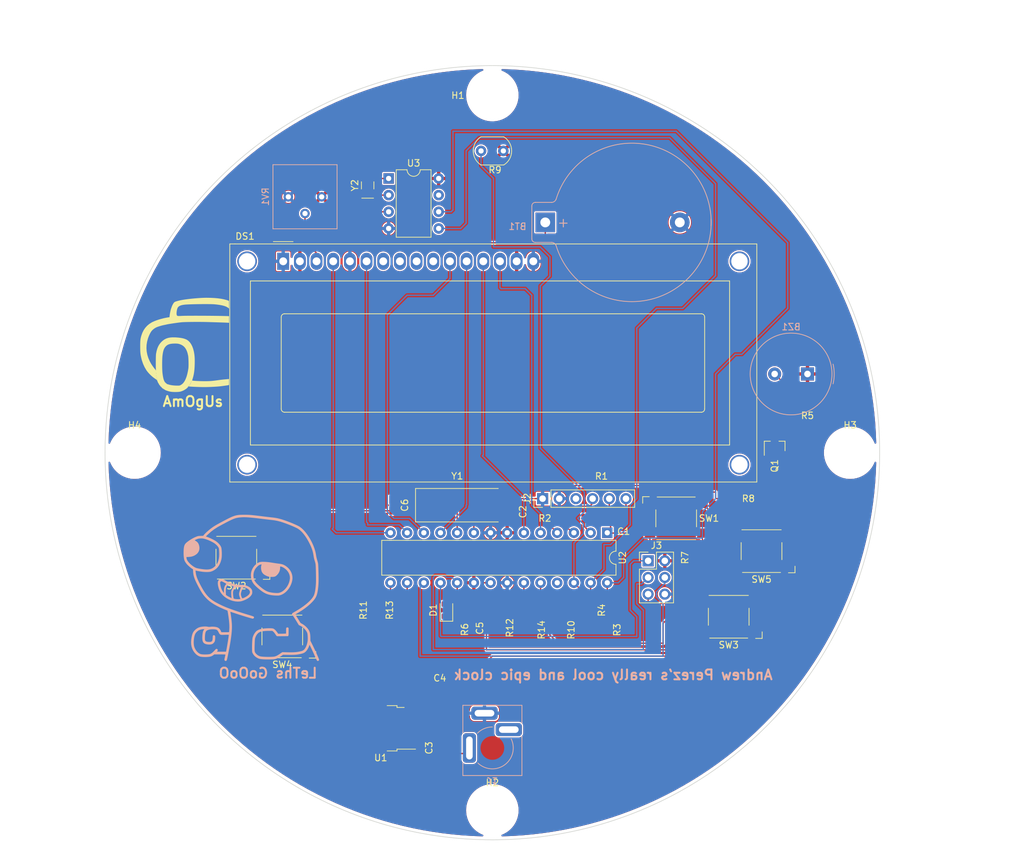
<source format=kicad_pcb>
(kicad_pcb (version 20211014) (generator pcbnew)
  (layers (0 "F.Cu" signal) (31 "B.Cu" signal) (34 "B.Paste" user) (35 "F.Paste" user) (36 "B.SilkS" user "B.Silkscreen") (37 "F.SilkS" user "F.Silkscreen") (38 "B.Mask" user) (39 "F.Mask" user) (44 "Edge.Cuts" user))
  (net 0 "")
  (net 1 "GND")
  (net 2 "Net-(BT1-Pad1)")
  (net 3 "RESET")
  (net 4 "Net-(C1-Pad2)")
  (net 5 "Net-(C2-Pad2)")
  (net 6 "Net-(C3-Pad1)")
  (net 7 "VCC")
  (net 8 "Net-(C5-Pad1)")
  (net 9 "Net-(C6-Pad1)")
  (net 10 "Net-(D1-Pad1)")
  (net 11 "LED_SCK")
  (net 12 "LCD_14")
  (net 13 "LCD_13")
  (net 14 "LCD_12")
  (net 15 "LCD_11")
  (net 20 "LCD_6")
  (net 21 "LCD_4")
  (net 22 "Net-(DS1-Pad3)")
  (net 24 "Net-(J2-Pad5)")
  (net 25 "Net-(J2-Pad4)")
  (net 27 "RXD")
  (net 28 "TXD")
  (net 29 "SCL")
  (net 30 "SDA")
  (net 31 "LIGHT_SENSOR")
  (net 32 "BTN_MODE")
  (net 33 "BTN_SELECT")
  (net 34 "BTN_UP")
  (net 35 "MISO")
  (net 37 "MOSI")
  (net 38 "Net-(U3-Pad1)")
  (net 39 "Net-(U3-Pad2)")
  (net 41 "Net-(BZ1-Pad2)")
  (net 42 "Net-(Q1-Pad1)")
  (net 43 "Buzz")
  (net 44 "BTN_DWN")
  (footprint "footprints:MountingHole_3.2mm_M3" (layer "F.Cu") (at 95.5 100)
    (fp_text reference "H4")
    (fp_text value "MountingHole")
  )
  (footprint "footprints:R_0805_2012Metric" (layer "F.Cu") (at 157.48 124 90)
    (fp_text reference "R14")
    (fp_text value "R_0805_10K")
  )
  (footprint "footprints:SW_SPST_Omron_B3FS-100xP" (layer "F.Cu") (at 118 128 180)
    (fp_text reference "SW4")
    (fp_text value "Omron_B3F_SPST")
  )
  (footprint "footprints:Crystal_SMD_HC49-SD" (layer "F.Cu") (at 145 108)
    (fp_text reference "Y1")
    (fp_text value "Crystal_16MHz")
  )
  (footprint "footprints:Crystal_SMD_2Pin_3.2x1.5mm" (layer "F.Cu") (at 131 59.25 90)
    (fp_text reference "Y2")
    (fp_text value "Crystal_32768Hz")
  )
  (footprint "footprints:TO-252-2" (layer "F.Cu") (at 133 142 180)
    (fp_text reference "U1")
    (fp_text value "L7805")
  )
  (footprint "footprints:R_0805_2012Metric" (layer "F.Cu") (at 136 124 90)
    (fp_text reference "R13")
    (fp_text value "R_0805_10K")
  )
  (footprint "footprints:R_0805_2012Metric" (layer "F.Cu") (at 165 110)
    (fp_text reference "R1")
    (fp_text value "R_0805_47")
  )
  (footprint "footprints:C_0805_2012Metric" (layer "F.Cu") (at 169 110)
    (fp_text reference "C1")
    (fp_text value "C_0805_0.1uf")
  )
  (footprint "footprints:C_0805_2012Metric" (layer "F.Cu") (at 135 108 -90)
    (fp_text reference "C6")
    (fp_text value "C_0805_22pf")
  )
  (footprint "footprints:R_0805_2012Metric" (layer "F.Cu") (at 181 116 90)
    (fp_text reference "R7")
    (fp_text value "R_0805_10K")
  )
  (footprint "footprints:SOT-23" (layer "F.Cu") (at 193 99 90)
    (fp_text reference "Q1")
    (fp_text value "NPN_2N3904_SOT23")
  )
  (footprint "footprints:C_0805_2012Metric" (layer "F.Cu") (at 148.59 123.952 -90)
    (fp_text reference "C5")
    (fp_text value "C_0805_0.1uf")
  )
  (footprint "footprints:SW_SPST_Omron_B3FS-100xP" (layer "F.Cu") (at 178 110)
    (fp_text reference "SW1")
    (fp_text value "Omron_B3F_SPST")
  )
  (footprint "footprints:R_0805_2012Metric" (layer "F.Cu") (at 169 124 90)
    (fp_text reference "R3")
    (fp_text value "R_0805_4.7K")
  )
  (footprint "footprints:R_LDR_4.9x4.2mm_P2.54mm_Vertical" (layer "F.Cu") (at 151.675 54 180)
    (fp_text reference "R9")
    (fp_text value "PhotoconductivePhotocell")
  )
  (footprint "footprints:LED_0805_2012Metric" (layer "F.Cu") (at 143.002 124 90)
    (fp_text reference "D1")
    (fp_text value "LED_0805")
  )
  (footprint "footprints:R_0805_2012Metric" (layer "F.Cu") (at 198 96)
    (fp_text reference "R5")
    (fp_text value "R_0805_1K")
  )
  (footprint "footprints:R_0805_2012Metric" (layer "F.Cu") (at 145.796 123.952 90)
    (fp_text reference "R6")
    (fp_text value "R_0805_2.2K")
  )
  (footprint "footprints:R_0805_2012Metric" (layer "F.Cu") (at 165 124 -90)
    (fp_text reference "R4")
    (fp_text value "R_0805_4.7K")
  )
  (footprint "footprints:MountingHole_3.2mm_M3" (layer "F.Cu") (at 204.5 100)
    (fp_text reference "H3")
    (fp_text value "MountingHole")
  )
  (footprint "footprints:C_0805_2012Metric" (layer "F.Cu") (at 142 145 90)
    (fp_text reference "C3")
    (fp_text value "C_0805_0.1uf")
  )
  (footprint "footprints:PinHeader_1x06_P2.54mm_Vertical" (layer "F.Cu") (at 157.65 107 90)
    (fp_text reference "J2")
    (fp_text value "Conn_01x06")
  )
  (footprint "footprints:MountingHole_3.2mm_M3" (layer "F.Cu") (at 150 154.5)
    (fp_text reference "H2")
    (fp_text value "MountingHole")
  )
  (footprint "footprints:C_0805_2012Metric" (layer "F.Cu") (at 153 109 -90)
    (fp_text reference "C2")
    (fp_text value "C_0805_22pf")
  )
  (footprint "footprints:DIP-8_W7.62mm" (layer "F.Cu") (at 134.2 58.2)
    (fp_text reference "U3")
    (fp_text value "DS1307_DIP-8")
  )
  (footprint "footprints:MountingHole_3.2mm_M3" (layer "F.Cu") (at 150 45.5)
    (fp_text reference "H1")
    (fp_text value "MountingHole")
  )
  (footprint "footprints:SW_SPST_Omron_B3FS-100xP" (layer "F.Cu") (at 186 125 180)
    (fp_text reference "SW3")
    (fp_text value "Omron_B3F_SPST")
  )
  (footprint "footprints:R_0805_2012Metric" (layer "F.Cu") (at 162 124 -90)
    (fp_text reference "R10")
    (fp_text value "R_0805_100K")
  )
  (footprint "footprints:R_0805_2012Metric" (layer "F.Cu") (at 161 110)
    (fp_text reference "R2")
    (fp_text value "R_0805_47")
  )
  (footprint "footprints:PinHeader_2x03_P2.54mm_Vertical" (layer "F.Cu") (at 173.725 116.475)
    (fp_text reference "J3")
    (fp_text value "Conn_02x03_Odd_Even")
  )
  (footprint "footprints:R_0805_2012Metric" (layer "F.Cu") (at 132 124 90)
    (fp_text reference "R11")
    (fp_text value "R_0805_10K")
  )
  (footprint "footprints:C_0805_2012Metric" (layer "F.Cu") (at 142 136)
    (fp_text reference "C4")
    (fp_text value "C_0805_0.1uf")
  )
  (footprint "footprints:SW_SPST_Omron_B3FS-100xP" (layer "F.Cu") (at 111 116 180)
    (fp_text reference "SW2")
    (fp_text value "Omron_B3F_SPST")
  )
  (footprint "footprints:HPS_logo" (layer "F.Cu") (at 174.000008 139.999999)
    (fp_text reference "G***" hide)
    (fp_text value "LOGO" hide)
  )
  (footprint "footprints:SW_SPST_Omron_B3FS-100xP" (layer "F.Cu") (at 191 115 180)
    (fp_text reference "SW5")
    (fp_text value "Omron_B3F_SPST")
  )
  (footprint "footprints:TC1602A-01T" (layer "F.Cu") (at 118.1394 70.8247)
    (fp_text reference "DS1")
    (fp_text value "TC1602A-01T")
  )
  (footprint "footprints:DIP-28_W7.62mm" (layer "F.Cu") (at 167.5 112.2 -90)
    (fp_text reference "U2")
    (fp_text value "ATmega328-PU")
  )
  (footprint "LOGO" (layer "F.Cu") (at 102.382462 83.603248 90)
    (fp_text reference "AmOgUs")
    (fp_text value "LOGO" hide)
  )
  (footprint "footprints:R_0805_2012Metric" (layer "F.Cu") (at 186 107)
    (fp_text reference "R8")
    (fp_text value "R_0805_1K")
  )
  (footprint "footprints:R_0805_2012Metric" (layer "F.Cu") (at 152.654 123.698 90)
    (fp_text reference "R12")
    (fp_text value "R_0805_10K")
  )
  (footprint "LOGO" (layer "B.Cu") (at 113.284 120.904 180)
    (fp_text reference "LeThs GoOoO")
    (fp_text value "LOGO" hide)
  )
  (footprint "footprints:Wurth-694106402002" (layer "B.Cu") (at 150 145)
    (fp_text reference "J1")
    (fp_text value "Power_inlet_vertical" hide)
  )
  (footprint "footprints:Buzzer_TDK_PS1240P02BT_D12.2mm_H6.5mm" (layer "B.Cu") (at 198 88 180)
    (fp_text reference "BZ1")
    (fp_text value "Buzzer")
  )
  (footprint "footprints:BatteryHolder_Keystone_106_1x20mm" (layer "B.Cu") (at 158.058314 64.897)
    (fp_text reference "BT1")
    (fp_text value "Battery_Cell")
  )
  (footprint "footprints:Potentiometer_Bourns_3386P_Vertical" (layer "B.Cu") (at 124 61 -90)
    (fp_text reference "RV1")
    (fp_text value "R_POT_10K")
  )
  (gr_circle locked (center 150 100) (end 209 100) (layer "Edge.Cuts") (width 0.1) (fill none))
  (gr_text "Andrew Perez's really cool and epic clock" (at 168.402 133.858) (layer "B.SilkS") (effects (font (size 1.5 1.5) (thickness 0.3)) (justify mirror)))
  (segment (start 107 118.25) (end 115 118.25) (width 0.2032) (layer "F.Cu") (net 1))
  (segment (start 195 117.25) (end 195 116) (width 0.2032) (layer "F.Cu") (net 1))
  (segment (start 146.812 124.714) (end 146.9 124.802) (width 0.2032) (layer "F.Cu") (net 1))
  (segment (start 159 121) (end 160 121) (width 0.2032) (layer "F.Cu") (net 1))
  (segment (start 148.8 136.8) (end 148 136) (width 0.2032) (layer "F.Cu") (net 1))
  (segment (start 135 108.85) (end 106.15 108.85) (width 0.2032) (layer "F.Cu") (net 1))
  (segment (start 182 127.25) (end 178.25 131) (width 0.2032) (layer "F.Cu") (net 1))
  (segment (start 150.876 121.666) (end 151.638 120.904) (width 0.2032) (layer "F.Cu") (net 1))
  (segment (start 148.715 124.802) (end 148.59 124.802) (width 0.2032) (layer "F.Cu") (net 1))
  (segment (start 190 125) (end 190 127.25) (width 0.2032) (layer "F.Cu") (net 1))
  (segment (start 161.845689 124.85) (end 160.995689 124) (width 0.2032) (layer "F.Cu") (net 1))
  (segment (start 190 127.25) (end 182 127.25) (width 0.2032) (layer "F.Cu") (net 1))
  (segment (start 146.47 123.102) (end 146.812 123.444) (width 0.2032) (layer "F.Cu") (net 1))
  (segment (start 122 139) (end 125 142) (width 0.2032) (layer "F.Cu") (net 1))
  (segment (start 122 130.25) (end 122 139) (width 0.2032) (layer "F.Cu") (net 1))
  (segment (start 195 121) (end 191 125) (width 0.2032) (layer "F.Cu") (net 1))
  (segment (start 187 117.25) (end 195 117.25) (width 0.2032) (layer "F.Cu") (net 1))
  (segment (start 191 125) (end 190 125) (width 0.2032) (layer "F.Cu") (net 1))
  (segment (start 145.796 123.102) (end 146.47 123.102) (width 0.2032) (layer "F.Cu") (net 1))
  (segment (start 193.95 100) (end 193.95 108.95) (width 0.2032) (layer "F.Cu") (net 1))
  (segment (start 197 111) (end 195 109) (width 0.2032) (layer "F.Cu") (net 1))
  (segment (start 152.52 118) (end 158 118) (width 0.2032) (layer "F.Cu") (net 1))
  (segment (start 148 136) (end 142.85 136) (width 0.2032) (layer "F.Cu") (net 1))
  (segment (start 153 108.15) (end 153 107) (width 0.2032) (layer "F.Cu") (net 1))
  (segment (start 193.95 108.95) (end 194 109) (width 0.2032) (layer "F.Cu") (net 1))
  (segment (start 152.146 120.904) (end 152.26 120.79) (width 0.2032) (layer "F.Cu") (net 1))
  (segment (start 148.8 139.7) (end 148.8 136.8) (width 0.2032) (layer "F.Cu") (net 1))
  (segment (start 142 140) (end 142.3 139.7) (width 0.2032) (layer "F.Cu") (net 1))
  (segment (start 146.812 123.444) (end 146.812 124.714) (width 0.2032) (layer "F.Cu") (net 1))
  (segment (start 197 114) (end 197 111) (width 0.2032) (layer "F.Cu") (net 1))
  (segment (start 195 117.25) (end 195 121) (width 0.2032) (layer "F.Cu") (net 1))
  (segment (start 106.15 108.85) (end 104 111) (width 0.2032) (layer "F.Cu") (net 1))
  (segment (start 142 144.15) (end 142 142) (width 0.2032) (layer "F.Cu") (net 1))
  (segment (start 149.606 121.666) (end 150.876 121.666) (width 0.2032) (layer "F.Cu") (net 1))
  (segment (start 149.606 123.911) (end 148.715 124.802) (width 0.2032) (layer "F.Cu") (net 1))
  (segment (start 148 133) (end 148 136) (width 0.2032) (layer "F.Cu") (net 1))
  (segment (start 152.26 120.79) (end 152.26 119.82) (width 0.2032) (layer "F.Cu") (net 1))
  (segment (start 152.26 119.82) (end 152.26 118.26) (width 0.2032) (layer "F.Cu") (net 1))
  (segment (start 182 107.75) (end 183.25 109) (width 0.2032) (layer "F.Cu") (net 1))
  (segment (start 158.775689 118.775689) (end 158.775689 120.775689) (width 0.2032) (layer "F.Cu") (net 1))
  (segment (start 158 118) (end 158.775689 118.775689) (width 0.2032) (layer "F.Cu") (net 1))
  (segment (start 158.775689 120.775689) (end 159 121) (width 0.2032) (layer "F.Cu") (net 1))
  (segment (start 122 130.25) (end 114 130.25) (width 0.2032) (layer "F.Cu") (net 1))
  (segment (start 104 111) (end 104 117) (width 0.2032) (layer "F.Cu") (net 1))
  (segment (start 153 107) (end 157.65 107) (width 0.2032) (layer "F.Cu") (net 1))
  (segment (start 152.26 118.26) (end 152.52 118) (width 0.2032) (layer "F.Cu") (net 1))
  (segment (start 178.25 131) (end 150 131) (width 0.2032) (layer "F.Cu") (net 1))
  (segment (start 125 142) (end 130.9 142) (width 0.2032) (layer "F.Cu") (net 1))
  (segment (start 107 123.25) (end 114 130.25) (width 0.2032) (layer "F.Cu") (net 1))
  (segment (start 195 116) (end 197 114) (width 0.2032) (layer "F.Cu") (net 1))
  (segment (start 130.9 142) (end 142 142) (width 0.2032) (layer "F.Cu") (net 1))
  (segment (start 146.9 124.802) (end 148.59 124.802) (width 0.2032) (layer "F.Cu") (net 1))
  (segment (start 149.606 121.666) (end 149.606 123.911) (width 0.2032) (layer "F.Cu") (net 1))
  (segment (start 195 109) (end 183.25 109) (width 0.2032) (layer "F.Cu") (net 1))
  (segment (start 105.25 118.25) (end 107 118.25) (width 0.2032) (layer "F.Cu") (net 1))
  (segment (start 150 131) (end 148 133) (width 0.2032) (layer "F.Cu") (net 1))
  (segment (start 162 124.85) (end 161.845689 124.85) (width 0.2032) (layer "F.Cu") (net 1))
  (segment (start 107 118.25) (end 107 123.25) (width 0.2032) (layer "F.Cu") (net 1))
  (segment (start 142.3 139.7) (end 148.8 139.7) (width 0.2032) (layer "F.Cu") (net 1))
  (segment (start 104 117) (end 105.25 118.25) (width 0.2032) (layer "F.Cu") (net 1))
  (segment (start 160 121) (end 160.995689 121.995689) (width 0.2032) (layer "F.Cu") (net 1))
  (segment (start 182 107.75) (end 174 107.75) (width 0.2032) (layer "F.Cu") (net 1))
  (segment (start 151.638 120.904) (end 152.146 120.904) (width 0.2032) (layer "F.Cu") (net 1))
  (segment (start 142 142) (end 142 140) (width 0.2032) (layer "F.Cu") (net 1))
  (segment (start 160.995689 121.995689) (end 160.995689 124) (width 0.2032) (layer "F.Cu") (net 1))
  (segment (start 133 68) (end 157 68) (width 0.2032) (layer "F.Cu") (net 2))
  (segment (start 158.058314 64.897) (end 158.058314 66.941686) (width 0.2032) (layer "F.Cu") (net 2))
  (segment (start 132 67) (end 133 68) (width 0.2032) (layer "F.Cu") (net 2))
  (segment (start 132 64) (end 132 67) (width 0.2032) (layer "F.Cu") (net 2))
  (segment (start 158.058314 66.941686) (end 157 68) (width 0.2032) (layer "F.Cu") (net 2))
  (segment (start 132.72 63.28) (end 132 64) (width 0.2032) (layer "F.Cu") (net 2))
  (segment (start 134.2 63.28) (end 132.72 63.28) (width 0.2032) (layer "F.Cu") (net 2))
  (segment (start 174 123) (end 173.725 122.725) (width 0.2032) (layer "F.Cu") (net 3))
  (segment (start 179 114) (end 174 114) (width 0.2032) (layer "F.Cu") (net 3))
  (segment (start 167.5 112.2) (end 168 111.7) (width 0.2032) (layer "F.Cu") (net 3))
  (segment (start 179.15 115.15) (end 181 115.15) (width 0.2032) (layer "F.Cu") (net 3))
  (segment (start 179.15 115.15) (end 179 115) (width 0.2032) (layer "F.Cu") (net 3))
  (segment (start 177 123) (end 174 123) (width 0.2032) (layer "F.Cu") (net 3))
  (segment (start 179.15 115.15) (end 179 115.3) (width 0.2032) (layer "F.Cu") (net 3))
  (segment (start 168 111.7) (end 168 110.15) (width 0.2032) (layer "F.Cu") (net 3))
  (segment (start 181 114) (end 181 115.15) (width 0.2032) (layer "F.Cu") (net 3))
  (segment (start 182 114) (end 181 114) (width 0.2032) (layer "F.Cu") (net 3))
  (segment (start 174 114) (end 174 112.25) (width 0.2032) (layer "F.Cu") (net 3))
  (segment (start 182 112.25) (end 182 114) (width 0.2032) (layer "F.Cu") (net 3))
  (segment (start 167.55 112.25) (end 167.5 112.2) (width 0.2032) (layer "F.Cu") (net 3))
  (segment (start 173.725 122.725) (end 173.725 121.555) (width 0.2032) (layer "F.Cu") (net 3))
  (segment (start 174 112.25) (end 167.55 112.25) (width 0.2032) (layer "F.Cu") (net 3))
  (segment (start 168 110.15) (end 168.15 110) (width 0.2032) (layer "F.Cu") (net 3))
  (segment (start 179 115) (end 179 114) (width 0.2032) (layer "F.Cu") (net 3))
  (segment (start 179 121) (end 177 123) (width 0.2032) (layer "F.Cu") (net 3))
  (segment (start 179 115.3) (end 179 121) (width 0.2032) (layer "F.Cu") (net 3))
  (segment (start 170.35 107) (end 170.35 109.5) (width 0.2032) (layer "F.Cu") (net 4))
  (segment (start 170.35 109.5) (end 169.85 110) (width 0.2032) (layer "F.Cu") (net 4))
  (segment (start 147.18 110.82) (end 149.25 108.75) (width 0.2032) (layer "F.Cu") (net 5))
  (segment (start 153 109.85) (end 151.1 109.85) (width 0.2032) (layer "F.Cu") (net 5))
  (segment (start 147.18 112.2) (end 147.18 110.82) (width 0.2032) (layer "F.Cu") (net 5))
  (segment (start 149.25 108.75) (end 149.25 108) (width 0.2032) (layer "F.Cu") (net 5))
  (segment (start 151.1 109.85) (end 149.25 108) (width 0.2032) (layer "F.Cu") (net 5))
  (segment (start 145.65 145.85) (end 146.5 145) (width 0.2032) (layer "F.Cu") (net 6))
  (segment (start 142 145.85) (end 138.77 145.85) (width 0.2032) (layer "F.Cu") (net 6))
  (segment (start 142 145.85) (end 145.65 145.85) (width 0.2032) (layer "F.Cu") (net 6))
  (segment (start 138.77 145.85) (end 137.2 144.28) (width 0.2032) (layer "F.Cu") (net 6))
  (segment (start 157.48 126.492) (end 157.48 124.85) (width 0.2032) (layer "F.Cu") (net 7))
  (segment (start 152.654 124.548) (end 152.654 126.746) (width 0.2032) (layer "F.Cu") (net 7))
  (segment (start 152.654 126.746) (end 157.226 126.746) (width 0.2032) (layer "F.Cu") (net 7))
  (segment (start 157.226 126.746) (end 157.48 126.492) (width 0.2032) (layer "F.Cu") (net 7))
  (segment (start 148.336 119.888) (end 148.336 120.396) (width 0.2032) (layer "F.Cu") (net 8))
  (segment (start 147.574 121.158) (end 147.574 122.682) (width 0.2032) (layer "F.Cu") (net 8))
  (segment (start 148.404 119.82) (end 148.336 119.888) (width 0.2032) (layer "F.Cu") (net 8))
  (segment (start 148.59 123.102) (end 147.994 123.102) (width 0.2032) (layer "F.Cu") (net 8))
  (segment (start 147.994 123.102) (end 147.574 122.682) (width 0.2032) (layer "F.Cu") (net 8))
  (segment (start 149.72 119.82) (end 148.404 119.82) (width 0.2032) (layer "F.Cu") (net 8))
  (segment (start 148.336 120.396) (end 147.574 121.158) (width 0.2032) (layer "F.Cu") (net 8))
  (segment (start 137 108) (end 136 107) (width 0.2032) (layer "F.Cu") (net 9))
  (segment (start 140.75 108) (end 144 108) (width 0.2032) (layer "F.Cu") (net 9))
  (segment (start 144 108) (end 144.64 108.64) (width 0.2032) (layer "F.Cu") (net 9))
  (segment (start 136 107) (end 135.15 107) (width 0.2032) (layer "F.Cu") (net 9))
  (segment (start 144.64 108.64) (end 144.64 112.2) (width 0.2032) (layer "F.Cu") (net 9))
  (segment (start 140.75 108) (end 137 108) (width 0.2032) (layer "F.Cu") (net 9))
  (segment (start 135.15 107) (end 135 107.15) (width 0.2032) (layer "F.Cu") (net 9))
  (segment (start 143.1375 124.802) (end 145.796 124.802) (width 0.2032) (layer "F.Cu") (net 10))
  (segment (start 143.002 124.9375) (end 143.1375 124.802) (width 0.2032) (layer "F.Cu") (net 10))
  (segment (start 144.64 121.552) (end 144.526 121.666) (width 0.2032) (layer "F.Cu") (net 11))
  (segment (start 144.64 119.82) (end 144.64 121.552) (width 0.2032) (layer "F.Cu") (net 11))
  (segment (start 143.002 121.666) (end 143.002 123.0625) (width 0.2032) (layer "F.Cu") (net 11))
  (segment (start 144.526 121.666) (end 143.002 121.666) (width 0.2032) (layer "F.Cu") (net 11))
  (segment (start 144.64 119.82) (end 143.82 119) (width 0.2032) (layer "B.Cu") (net 11))
  (segment (start 142.715689 118.715689) (end 141.284311 118.715689) (width 0.2032) (layer "B.Cu") (net 11))
  (segment (start 173 130) (end 173 124) (width 0.2032) (layer "B.Cu") (net 11))
  (segment (start 172 120) (end 172.74 120) (width 0.2032) (layer "B.Cu") (net 11))
  (segment (start 172.74 120) (end 173.725 119.015) (width 0.2032) (layer "B.Cu") (net 11))
  (segment (start 140.995689 129.995689) (end 141 130) (width 0.2032) (layer "B.Cu") (net 11))
  (segment (start 172 123) (end 172 120) (width 0.2032) (layer "B.Cu") (net 11))
  (segment (start 173 124) (end 172 123) (width 0.2032) (layer "B.Cu") (net 11))
  (segment (start 143.82 119) (end 143 119) (width 0.2032) (layer "B.Cu") (net 11))
  (segment (start 141 130) (end 173 130) (width 0.2032) (layer "B.Cu") (net 11))
  (segment (start 143 119) (end 142.715689 118.715689) (width 0.2032) (layer "B.Cu") (net 11))
  (segment (start 140.995689 119.004311) (end 140.995689 129.995689) (width 0.2032) (layer "B.Cu") (net 11))
  (segment (start 141.284311 118.715689) (end 140.995689 119.004311) (width 0.2032) (layer "B.Cu") (net 11))
  (segment (start 157.34 109.34) (end 156 108) (width 0.2032) (layer "B.Cu") (net 12))
  (segment (start 156 108) (end 156 76) (width 0.2032) (layer "B.Cu") (net 12))
  (segment (start 151.3188 75) (end 151.1594 74.8406) (width 0.2032) (layer "B.Cu") (net 12))
  (segment (start 157.34 112.2) (end 157.34 109.34) (width 0.2032) (layer "B.Cu") (net 12))
  (segment (start 151.1594 74.8406) (end 151.1594 70.8247) (width 0.2032) (layer "B.Cu") (net 12))
  (segment (start 155 75) (end 151.3188 75) (width 0.2032) (layer "B.Cu") (net 12))
  (segment (start 156 76) (end 155 75) (width 0.2032) (layer "B.Cu") (net 12))
  (segment (start 148.6194 100.3406) (end 148.48 100.48) (width 0.2032) (layer "B.Cu") (net 13))
  (segment (start 148.6194 70.8247) (end 148.6194 100.3406) (width 0.2032) (layer "B.Cu") (net 13))
  (segment (start 154.8 106.8) (end 148.48 100.48) (width 0.2032) (layer "B.Cu") (net 13))
  (segment (start 154.8 112.2) (end 154.8 106.8) (width 0.2032) (layer "B.Cu") (net 13))
  (segment (start 146 108.3) (end 146 108) (width 0.2032) (layer "B.Cu") (net 14))
  (segment (start 142.1 112.2) (end 146 108.3) (width 0.2032) (layer "B.Cu") (net 14))
  (segment (start 146 108) (end 146.0794 107.9206) (width 0.2032) (layer "B.Cu") (net 14))
  (segment (start 146.0794 107.9206) (end 146.0794 70.8247) (width 0.2032) (layer "B.Cu") (net 14))
  (segment (start 134 79) (end 137 76) (width 0.2032) (layer "B.Cu") (net 15))
  (segment (start 135 110) (end 134 109) (width 0.2032) (layer "B.Cu") (net 15))
  (segment (start 141 76) (end 143.5394 73.4606) (width 0.2032) (layer "B.Cu") (net 15))
  (segment (start 137.36 110) (end 135 110) (width 0.2032) (layer "B.Cu") (net 15))
  (segment (start 143.5394 73.4606) (end 143.5394 70.8247) (width 0.2032) (layer "B.Cu") (net 15))
  (segment (start 134 109) (end 134 79) (width 0.2032) (layer "B.Cu") (net 15))
  (segment (start 139.56 112.2) (end 137.36 110) (width 0.2032) (layer "B.Cu") (net 15))
  (segment (start 137 76) (end 141 76) (width 0.2032) (layer "B.Cu") (net 15))
  (segment (start 130.8394 70.8247) (end 130.8394 110.5606) (width 0.2032) (layer "B.Cu") (net 20))
  (segment (start 131 111) (end 131 110.7212) (width 0.2032) (layer "B.Cu") (net 20))
  (segment (start 135.82 111) (end 131 111) (width 0.2032) (layer "B.Cu") (net 20))
  (segment (start 135.82 111) (end 137.02 112.2) (width 0.2032) (layer "B.Cu") (net 20))
  (segment (start 131 110.7212) (end 130.8394 110.5606) (width 0.2032) (layer "B.Cu") (net 20))
  (segment (start 134.48 112.2) (end 126.2 112.2) (width 0.2032) (layer "B.Cu") (net 21))
  (segment (start 126.2 112.2) (end 125.62 111.62) (width 0.2032) (layer "B.Cu") (net 21))
  (segment (start 125.7594 111.4806) (end 125.7594 70.8247) (width 0.2032) (layer "B.Cu") (net 21))
  (segment (start 125.62 111.62) (end 125.7594 111.4806) (width 0.2032) (layer "B.Cu") (net 21))
  (segment (start 123.2194 70.8247) (end 123.2194 69.57508) (width 0.2032) (layer "F.Cu") (net 22))
  (segment (start 121.46 63.54) (end 121.46 67.81568) (width 0.2032) (layer "F.Cu") (net 22))
  (segment (start 123.2194 69.57508) (end 121.46 67.81568) (width 0.2032) (layer "F.Cu") (net 22))
  (segment (start 167.81 108.19) (end 167 109) (width 0.2032) (layer "F.Cu") (net 24))
  (segment (start 165.85 109.15) (end 165.85 110) (width 0.2032) (layer "F.Cu") (net 24))
  (segment (start 167.81 107) (end 167.81 108.19) (width 0.2032) (layer "F.Cu") (net 24))
  (segment (start 166 109) (end 165.85 109.15) (width 0.2032) (layer "F.Cu") (net 24))
  (segment (start 167 109) (end 166 109) (width 0.2032) (layer "F.Cu") (net 24))
  (segment (start 164.845689 108.154311) (end 165.27 107.73) (width 0.2032) (layer "F.Cu") (net 25))
  (segment (start 162.845689 108.154311) (end 164.845689 108.154311) (width 0.2032) (layer "F.Cu") (net 25))
  (segment (start 161.85 110) (end 161.85 109.15) (width 0.2032) (layer "F.Cu") (net 25))
  (segment (start 165.27 107.73) (end 165.27 107) (width 0.2032) (layer "F.Cu") (net 25))
  (segment (start 161.85 109.15) (end 162.845689 108.154311) (width 0.2032) (layer "F.Cu") (net 25))
  (segment (start 164.96 112.2) (end 164 111.24) (width 0.2032) (layer "F.Cu") (net 27))
  (segment (start 164 111.24) (end 164 110.15) (width 0.2032) (layer "F.Cu") (net 27))
  (segment (start 164 110.15) (end 164.15 110) (width 0.2032) (layer "F.Cu") (net 27))
  (segment (start 162.2 112.2) (end 160.15 110.15) (width 0.2032) (layer "F.Cu") (net 28))
  (segment (start 160.15 110.15) (end 160.15 110) (width 0.2032) (layer "F.Cu") (net 28))
  (segment (start 162.42 112.2) (end 162.2 112.2) (width 0.2032) (layer "F.Cu") (net 28))
  (segment (start 167.5 119.82) (end 167.5 121.5) (width 0.2032) (layer "F.Cu") (net 29))
  (segment (start 169 122) (end 169 123.15) (width 0.2032) (layer "F.Cu") (net 29))
  (segment (start 168 122) (end 169 122) (width 0.2032) (layer "F.Cu") (net 29))
  (segment (start 167.5 121.5) (end 168 122) (width 0.2032) (layer "F.Cu") (net 29))
  (segment (start 195 68) (end 195 78) (width 0.2032) (layer "B.Cu") (net 29))
  (segment (start 184 104) (end 184 107) (width 0.2032) (layer "B.Cu") (net 29))
  (segment (start 195 78) (end 188 85) (width 0.2032) (layer "B.Cu") (net 29))
  (segment (start 173 113) (end 170 116) (width 0.2032) (layer "B.Cu") (net 29))
  (segment (start 144 52) (end 144 51) (width 0.2032) (layer "B.Cu") (net 29))
  (segment (start 182 109) (end 182 113) (width 0.2032) (layer "B.Cu") (net 29))
  (segment (start 178 51) (end 194 67) (width 0.2032) (layer "B.Cu") (net 29))
  (segment (start 184 88) (end 184 104) (width 0.2032) (layer "B.Cu") (net 29))
  (segment (start 177 51) (end 178 51) (width 0.2032) (layer "B.Cu") (net 29))
  (segment (start 141.82 63.28) (end 143.72 63.28) (width 0.2032) (layer "B.Cu") (net 29))
  (segment (start 144 51) (end 177 51) (width 0.2032) (layer "B.Cu") (net 29))
  (segment (start 170 116) (end 170 117) (width 0.2032) (layer "B.Cu") (net 29))
  (segment (start 143.72 63.28) (end 144 63) (width 0.2032) (layer "B.Cu") (net 29))
  (segment (start 184 107) (end 182 109) (width 0.2032) (layer "B.Cu") (net 29))
  (segment (start 188 85) (end 187 85) (width 0.2032) (layer "B.Cu") (net 29))
  (segment (start 144 63) (end 144 52) (width 0.2032) (layer "B.Cu") (net 29))
  (segment (start 167.5 119.82) (end 169.18 119.82) (width 0.2032) (layer "B.Cu") (net 29))
  (segment (start 187 85) (end 184 88) (width 0.2032) (layer "B.Cu") (net 29))
  (segment (start 169.18 119.82) (end 170 119) (width 0.2032) (layer "B.Cu") (net 29))
  (segment (start 194 67) (end 195 68) (width 0.2032) (layer "B.Cu") (net 29))
  (segment (start 182 113) (end 173 113) (width 0.2032) (layer "B.Cu") (net 29))
  (segment (start 170 117) (end 170 119) (width 0.2032) (layer "B.Cu") (net 29))
  (segment (start 164.96 119.82) (end 164.96 123.11) (width 0.2032) (layer "F.Cu") (net 30))
  (segment (start 164.96 123.11) (end 165 123.15) (width 0.2032) (layer "F.Cu") (net 30))
  (segment (start 175 78) (end 179 78) (width 0.2032) (layer "B.Cu") (net 30))
  (segment (start 179 78) (end 184 73) (width 0.2032) (layer "B.Cu") (net 30))
  (segment (start 146 54) (end 146 65) (width 0.2032) (layer "B.Cu") (net 30))
  (segment (start 172 107) (end 172 81) (width 0.2032) (layer "B.Cu") (net 30))
  (segment (start 167 117.78) (end 167 114) (width 0.2032) (layer "B.Cu") (net 30))
  (segment (start 167 114) (end 168 114) (width 0.2032) (layer "B.Cu") (net 30))
  (segment (start 145.18 65.82) (end 141.82 65.82) (width 0.2032) (layer "B.Cu") (net 30))
  (segment (start 171 108) (end 172 107) (width 0.2032) (layer "B.Cu") (net 30))
  (segment (start 184 73) (end 184 59) (width 0.2032) (layer "B.Cu") (net 30))
  (segment (start 177 52) (end 148 52) (width 0.2032) (layer "B.Cu") (net 30))
  (segment (start 172 81) (end 175 78) (width 0.2032) (layer "B.Cu") (net 30))
  (segment (start 171 111) (end 171 108) (width 0.2032) (layer "B.Cu") (net 30))
  (segment (start 184 59) (end 177 52) (width 0.2032) (layer "B.Cu") (net 30))
  (segment (start 168 114) (end 171 111) (width 0.2032) (layer "B.Cu") (net 30))
  (segment (start 164.96 119.82) (end 167 117.78) (width 0.2032) (layer "B.Cu") (net 30))
  (segment (start 146 65) (end 145.18 65.82) (width 0.2032) (layer "B.Cu") (net 30))
  (segment (start 148 52) (end 146 54) (width 0.2032) (layer "B.Cu") (net 30))
  (segment (start 162 123.15) (end 162.85 123.15) (width 0.2032) (layer "F.Cu") (net 31))
  (segment (start 162.85 123.15) (end 164 122) (width 0.2032) (layer "F.Cu") (net 31))
  (segment (start 164 122) (end 164 121.4) (width 0.2032) (layer "F.Cu") (net 31))
  (segment (start 164 121.4) (end 162.42 119.82) (width 0.2032) (layer "F.Cu") (net 31))
  (segment (start 157.30432 74.57228) (end 158.7754 73.1012) (width 0.2032) (layer "B.Cu") (net 31))
  (segment (start 162.42 113.761733) (end 163.855689 112.326044) (width 0.2032) (layer "B.Cu") (net 31))
  (segment (start 157.2768 68.6308) (end 150.1654 68.6308) (width 0.2032) (layer "B.Cu") (net 31))
  (segment (start 164 109) (end 164 106) (width 0.2032) (layer "B.Cu") (net 31))
  (segment (start 150.1654 68.6308) (end 150.1654 58.1654) (width 0.2032) (layer "B.Cu") (net 31))
  (segment (start 163.855689 112.326044) (end 163.855689 110.855689) (width 0.2032) (layer "B.Cu") (net 31))
  (segment (start 148.275 56.275) (end 148.275 54) (width 0.2032) (layer "B.Cu") (net 31))
  (segment (start 163.855689 110.855689) (end 163 110) (width 0.2032) (layer "B.Cu") (net 31))
  (segment (start 162.42 119.82) (end 162.42 113.761733) (width 0.2032) (layer "B.Cu") (net 31))
  (segment (start 157.30432 99.30432) (end 157.30432 74.57228) (width 0.2032) (layer "B.Cu") (net 31))
  (segment (start 158.7754 73.1012) (end 158.7754 70.1294) (width 0.2032) (layer "B.Cu") (net 31))
  (segment (start 163 110) (end 164 109) (width 0.2032) (layer "B.Cu") (net 31))
  (segment (start 164 106) (end 157.30432 99.30432) (width 0.2032) (layer "B.Cu") (net 31))
  (segment (start 158.7754 70.1294) (end 157.2768 68.6308) (width 0.2032) (layer "B.Cu") (net 31))
  (segment (start 150.1654 58.1654) (end 148.275 56.275) (width 0.2032) (layer "B.Cu") (net 31))
  (segment (start 115 116) (end 117 116) (width 0.2032) (layer "F.Cu") (net 32))
  (segment (start 134 122) (end 132 122) (width 0.2032) (layer "F.Cu") (net 32))
  (segment (start 134.48 121.52) (end 134 122) (width 0.2032) (layer "F.Cu") (net 32))
  (segment (start 118.15 123.15) (end 132 123.15) (width 0.2032) (layer "F.Cu") (net 32))
  (segment (start 117 122) (end 118.15 123.15) (width 0.2032) (layer "F.Cu") (net 32))
  (segment (start 132 122) (end 132 123.15) (width 0.2032) (layer "F.Cu") (net 32))
  (segment (start 134.48 119.82) (end 134.48 121.52) (width 0.2032) (layer "F.Cu") (net 32))
  (segment (start 117 116) (end 117 122) (width 0.2032) (layer "F.Cu") (net 32))
  (segment (start 115 113.75) (end 115 116) (width 0.2032) (layer "F.Cu") (net 32))
  (segment (start 107 113.75) (end 115 113.75) (width 0.2032) (layer "F.Cu") (net 32))
  (segment (start 134.85 123.15) (end 134 124) (width 0.2032) (layer "F.Cu") (net 33))
  (segment (start 133 127) (end 123.25 127) (width 0.2032) (layer "F.Cu") (net 33))
  (segment (start 134 126) (end 133 127) (width 0.2032) (layer "F.Cu") (net 33))
  (segment (start 123.25 127) (end 122 125.75) (width 0.2032) (layer "F.Cu") (net 33))
  (segment (start 136 123.15) (end 134.85 123.15) (width 0.2032) (layer "F.Cu") (net 33))
  (segment (start 114 125.75) (end 122 125.75) (width 0.2032) (layer "F.Cu") (net 33))
  (segment (start 137.02 119.82) (end 137.02 120.98) (width 0.2032) (layer "F.Cu") (net 33))
  (segment (start 134 124) (end 134 126) (width 0.2032) (layer "F.Cu") (net 33))
  (segment (start 136 121) (end 136 123.15) (width 0.2032) (layer "F.Cu") (net 33))
  (segment (start 137 121) (end 136 121) (width 0.2032) (layer "F.Cu") (net 33))
  (segment (start 137.02 120.98) (end 137 121) (width 0.2032) (layer "F.Cu") (net 33))
  (segment (start 158.75 127.762) (end 158.75 124.206) (width 0.2032) (layer "F.Cu") (net 34))
  (segment (start 176.022 129.032) (end 160.02 129.032) (width 0.2032) (layer "F.Cu") (net 34))
  (segment (start 158.223311 123.970689) (end 158.242 123.952) (width 0.2032) (layer "F.Cu") (net 34))
  (segment (start 158.496 123.952) (end 158.75 124.206) (width 0.2032) (layer "F.Cu") (net 34))
  (segment (start 157.34 123.01) (end 157.48 123.15) (width 0.2032) (layer "F.Cu") (net 34))
  (segment (start 157.48 123.970689) (end 158.223311 123.970689) (width 0.2032) (layer "F.Cu") (net 34))
  (segment (start 183.642 113.0808) (end 183.9728 112.75) (width 0.2032) (layer "F.Cu") (net 34))
  (segment (start 183.6674 118.3326) (end 183.6674 116.8146) (width 0.2032) (layer "F.Cu") (net 34))
  (segment (start 176 126) (end 176 129.01) (width 0.2032) (layer "F.Cu") (net 34))
  (segment (start 183.9728 112.75) (end 187 112.75) (width 0.2032) (layer "F.Cu") (net 34))
  (segment (start 176 129.01) (end 176.022 129.032) (width 0.2032) (layer "F.Cu") (net 34))
  (segment (start 183.6674 116.8146) (end 183.642 116.7892) (width 0.2032) (layer "F.Cu") (net 34))
  (segment (start 158.242 123.952) (end 158.496 123.952) (width 0.2032) (layer "F.Cu") (net 34))
  (segment (start 195 112.75) (end 187 112.75) (width 0.2032) (layer "F.Cu") (net 34))
  (segment (start 160.02 129.032) (end 158.75 127.762) (width 0.2032) (layer "F.Cu") (net 34))
  (segment (start 183.642 116.7892) (end 183.642 113.0808) (width 0.2032) (layer "F.Cu") (net 34))
  (segment (start 176 126) (end 183.6674 118.3326) (width 0.2032) (layer "F.Cu") (net 34))
  (segment (start 157.48 123.15) (end 157.48 123.970689) (width 0.2032) (layer "F.Cu") (net 34))
  (segment (start 157.34 119.82) (end 157.34 123.01) (width 0.2032) (layer "F.Cu") (net 34))
  (segment (start 172 128) (end 172 125) (width 0.2032) (layer "B.Cu") (net 35))
  (segment (start 171 117) (end 171.525 116.475) (width 0.2032) (layer "B.Cu") (net 35))
  (segment (start 142.1 127.9) (end 142.1 119.82) (width 0.2032) (layer "B.Cu") (net 35))
  (segment (start 142.1 127.9) (end 142.2 128) (width 0.2032) (layer "B.Cu") (net 35))
  (segment (start 171 124) (end 171 117) (width 0.2032) (layer "B.Cu") (net 35))
  (segment (start 142.2 128) (end 172 128) (width 0.2032) (layer "B.Cu") (net 35))
  (segment (start 171.525 116.475) (end 173.725 116.475) (width 0.2032) (layer "B.Cu") (net 35))
  (segment (start 172 125) (end 171 124) (width 0.2032) (layer "B.Cu") (net 35))
  (segment (start 175 121.187557) (end 176.265 119.922557) (width 0.2032) (layer "B.Cu") (net 37))
  (segment (start 176 131) (end 176 123) (width 0.2032) (layer "B.Cu") (net 37))
  (segment (start 139.56 119.82) (end 139 120.38) (width 0.2032) (layer "B.Cu") (net 37))
  (segment (start 139 131) (end 176 131) (width 0.2032) (layer "B.Cu") (net 37))
  (segment (start 176 123) (end 175 122) (width 0.2032) (layer "B.Cu") (net 37))
  (segment (start 175 122) (end 175 121.187557) (width 0.2032) (layer "B.Cu") (net 37))
  (segment (start 176.265 119.922557) (end 176.265 119.015) (width 0.2032) (layer "B.Cu") (net 37))
  (segment (start 139 120.38) (end 139 131) (width 0.2032) (layer "B.Cu") (net 37))
  (segment (start 134.2 58.2) (end 131.2 58.2) (width 0.2032) (layer "F.Cu") (net 38))
  (segment (start 131.2 58.2) (end 131 58) (width 0.2032) (layer "F.Cu") (net 38))
  (segment (start 134.2 60.74) (end 131.24 60.74) (width 0.2032) (layer "F.Cu") (net 39))
  (segment (start 131.24 60.74) (end 131 60.5) (width 0.2032) (layer "F.Cu") (net 39))
  (segment (start 198.85 93.85) (end 198.85 96) (width 0.2032) (layer "F.Cu") (net 41))
  (segment (start 198.85 97.15) (end 198 98) (width 0.2032) (layer "F.Cu") (net 41))
  (segment (start 198.85 96) (end 198.85 97.15) (width 0.2032) (layer "F.Cu") (net 41))
  (segment (start 198 98) (end 193 98) (width 0.2032) (layer "F.Cu") (net 41))
  (segment (start 193 88) (end 198.85 93.85) (width 0.2032) (layer "F.Cu") (net 41))
  (segment (start 192.05 100) (end 192.05 106.95) (width 0.2032) (layer "F.Cu") (net 42))
  (segment (start 192 107) (end 186.85 107) (width 0.2032) (layer "F.Cu") (net 42))
  (segment (start 184 106) (end 183 106) (width 0.2032) (layer "F.Cu") (net 43))
  (segment (start 182 105) (end 160 105) (width 0.2032) (layer "F.Cu") (net 43))
  (segment (start 159 111.32) (end 159.88 112.2) (width 0.2032) (layer "F.Cu") (net 43))
  (segment (start 183 106) (end 182 105) (width 0.2032) (layer "F.Cu") (net 43))
  (segment (start 184 107) (end 184 106) (width 0.2032) (layer "F.Cu") (net 43))
  (segment (start 160 105) (end 159 106) (width 0.2032) (layer "F.Cu") (net 43))
  (segment (start 185.15 107) (end 184 107) (width 0.2032) (layer "F.Cu") (net 43))
  (segment (start 159 106) (end 159 111.32) (width 0.2032) (layer "F.Cu") (net 43))
  (segment (start 177.8 130.048) (end 149.098 130.048) (width 0.2032) (layer "F.Cu") (net 44))
  (segment (start 152.654 122.848) (end 152.654 121.412) (width 0.2032) (layer "F.Cu") (net 44))
  (segment (start 152.908 121.158) (end 154.686 121.158) (width 0.2032) (layer "F.Cu") (net 44))
  (segment (start 177.75 127) (end 177.8 127.05) (width 0.2032) (layer "F.Cu") (net 44))
  (segment (start 151.638 123.680378) (end 151.638 126.492) (width 0.2032) (layer "F.Cu") (net 44))
  (segment (start 177.75 127) (end 182 122.75) (width 0.2032) (layer "F.Cu") (net 44))
  (segment (start 151.13 127) (end 149.098 127) (width 0.2032) (layer "F.Cu") (net 44))
  (segment (start 152.654 121.412) (end 152.908 121.158) (width 0.2032) (layer "F.Cu") (net 44))
  (segment (start 190 122.75) (end 182 122.75) (width 0.2032) (layer "F.Cu") (net 44))
  (segment (start 151.638 126.492) (end 151.13 127) (width 0.2032) (layer "F.Cu") (net 44))
  (segment (start 152.654 122.848) (end 152.470378 122.848) (width 0.2032) (layer "F.Cu") (net 44))
  (segment (start 154.686 121.158) (end 154.8 121.044) (width 0.2032) (layer "F.Cu") (net 44))
  (segment (start 149.098 130.048) (end 149.098 127) (width 0.2032) (layer "F.Cu") (net 44))
  (segment (start 177.8 127.05) (end 177.8 130.048) (width 0.2032) (layer "F.Cu") (net 44))
  (segment (start 152.470378 122.848) (end 151.638 123.680378) (width 0.2032) (layer "F.Cu") (net 44))
  (segment (start 154.8 121.044) (end 154.8 119.82) (width 0.2032) (layer "F.Cu") (net 44))
  (zone locked (net 0) (net_name "") (layers F&B.Cu) (connect_pads (clearance 0)) (min_thickness 0.254)
    (keepout (tracks not_allowed) (vias not_allowed) (pads allowed) (copperpour not_allowed) (footprints allowed))
    (fill (thermal_gap 0.508) (thermal_bridge_width 0.508))
    (polygon (pts (xy 208.505141 100) (xy 208.484638 99.595255) (xy 208.423337 99.194655) (xy 208.321867 98.802299) (xy 208.181267 98.422207) (xy 208.002975 98.058269) (xy 207.788818 97.714212) (xy 207.540989 97.393558) (xy 207.262024 97.09959) (xy 206.954779 96.835318) (xy 206.622401 96.603448) (xy 206.268293 96.406354) (xy 205.89608 96.246053) (xy 205.509573 96.124188) (xy 205.11273 96.042006) (xy 204.709613 96.000348) (xy 204.30435 95.999641) (xy 203.90109 96.039891) (xy 203.503962 96.120688) (xy 203.117032 96.241203) (xy 202.744262 96.400203) (xy 202.389468 96.59606) (xy 202.056283 96.826768) (xy 201.748118 97.089966) (xy 201.468128 97.382958) (xy 201.219181 97.702745) (xy 201.003824 98.046053) (xy 200.824263 98.409367) (xy 200.682337 98.788966) (xy 200.579498 99.180964) (xy 200.5168 99.581349) (xy 200.494883 99.986019) (xy 200.513974 100.390833) (xy 200.573876 100.791646) (xy 200.673975 101.184352) (xy 200.813248 101.564933) (xy 200.990268 101.929491) (xy 201.203223 102.274294) (xy 201.449932 102.595812) (xy 201.727869 102.890751) (xy 202.034189 103.156094) (xy 202.365755 103.389123) (xy 202.719173 103.587452) (xy 203.090825 103.74905) (xy 203.476904 103.872264) (xy 203.873458 103.955831) (xy 204.276427 103.998896) (xy 204.681685 104.001018) (xy 205.085083 103.962175) (xy 205.482491 103.882765) (xy 205.869839 103.763601) (xy 206.243162 103.605904) (xy 206.598637 103.411286) (xy 206.932626 103.181743) (xy 207.241708 102.919622) (xy 207.522718 102.627609) (xy 207.772781 102.308693) (xy 207.989334 101.966139) (xy 208.170162 101.603454) (xy 208.313412 101.224353) (xy 208.417619 100.832716) (xy 208.481715 100.432553) (xy 208.505043 100.027961)))
  )
  (zone locked (net 0) (net_name "") (layers F&B.Cu) (connect_pads (clearance 0)) (min_thickness 0.254)
    (keepout (tracks not_allowed) (vias not_allowed) (pads allowed) (copperpour not_allowed) (footprints allowed))
    (fill (thermal_gap 0.508) (thermal_bridge_width 0.508))
    (polygon (pts (xy 99.505141 100) (xy 99.484638 99.595255) (xy 99.423337 99.194655) (xy 99.321867 98.802299) (xy 99.181267 98.422207) (xy 99.002975 98.058269) (xy 98.788818 97.714212) (xy 98.540989 97.393558) (xy 98.262024 97.09959) (xy 97.954779 96.835318) (xy 97.622401 96.603448) (xy 97.268293 96.406354) (xy 96.89608 96.246053) (xy 96.509573 96.124188) (xy 96.11273 96.042006) (xy 95.709613 96.000348) (xy 95.30435 95.999641) (xy 94.90109 96.039891) (xy 94.503962 96.120688) (xy 94.117032 96.241203) (xy 93.744262 96.400203) (xy 93.389468 96.59606) (xy 93.056283 96.826768) (xy 92.748118 97.089966) (xy 92.468128 97.382958) (xy 92.219181 97.702745) (xy 92.003824 98.046053) (xy 91.824263 98.409367) (xy 91.682337 98.788966) (xy 91.579498 99.180964) (xy 91.5168 99.581349) (xy 91.494883 99.986019) (xy 91.513974 100.390833) (xy 91.573876 100.791646) (xy 91.673975 101.184352) (xy 91.813248 101.564933) (xy 91.990268 101.929491) (xy 92.203223 102.274294) (xy 92.449932 102.595812) (xy 92.727869 102.890751) (xy 93.034189 103.156094) (xy 93.365755 103.389123) (xy 93.719173 103.587452) (xy 94.090825 103.74905) (xy 94.476904 103.872264) (xy 94.873458 103.955831) (xy 95.276427 103.998896) (xy 95.681685 104.001018) (xy 96.085083 103.962175) (xy 96.482491 103.882765) (xy 96.869839 103.763601) (xy 97.243162 103.605904) (xy 97.598637 103.411286) (xy 97.932626 103.181743) (xy 98.241708 102.919622) (xy 98.522718 102.627609) (xy 98.772781 102.308693) (xy 98.989334 101.966139) (xy 99.170162 101.603454) (xy 99.313412 101.224353) (xy 99.417619 100.832716) (xy 99.481715 100.432553) (xy 99.505043 100.027961)))
  )
  (zone locked (net 0) (net_name "") (layers F&B.Cu) (connect_pads (clearance 0)) (min_thickness 0.254)
    (keepout (tracks not_allowed) (vias not_allowed) (pads allowed) (copperpour not_allowed) (footprints allowed))
    (fill (thermal_gap 0.508) (thermal_bridge_width 0.508))
    (polygon (pts (xy 154.005141 154.5) (xy 153.984638 154.095255) (xy 153.923337 153.694655) (xy 153.821867 153.302299) (xy 153.681267 152.922207) (xy 153.502975 152.558269) (xy 153.288818 152.214212) (xy 153.040989 151.893558) (xy 152.762024 151.59959) (xy 152.454779 151.335318) (xy 152.122401 151.103448) (xy 151.768293 150.906354) (xy 151.39608 150.746053) (xy 151.009573 150.624188) (xy 150.61273 150.542006) (xy 150.209613 150.500348) (xy 149.80435 150.499641) (xy 149.40109 150.539891) (xy 149.003962 150.620688) (xy 148.617032 150.741203) (xy 148.244262 150.900203) (xy 147.889468 151.09606) (xy 147.556283 151.326768) (xy 147.248118 151.589966) (xy 146.968128 151.882958) (xy 146.719181 152.202745) (xy 146.503824 152.546053) (xy 146.324263 152.909367) (xy 146.182337 153.288966) (xy 146.079498 153.680964) (xy 146.0168 154.081349) (xy 145.994883 154.486019) (xy 146.013974 154.890833) (xy 146.073876 155.291646) (xy 146.173975 155.684352) (xy 146.313248 156.064933) (xy 146.490268 156.429491) (xy 146.703223 156.774294) (xy 146.949932 157.095812) (xy 147.227869 157.390751) (xy 147.534189 157.656094) (xy 147.865755 157.889123) (xy 148.219173 158.087452) (xy 148.590825 158.24905) (xy 148.976904 158.372264) (xy 149.373458 158.455831) (xy 149.776427 158.498896) (xy 150.181685 158.501018) (xy 150.585083 158.462175) (xy 150.982491 158.382765) (xy 151.369839 158.263601) (xy 151.743162 158.105904) (xy 152.098637 157.911286) (xy 152.432626 157.681743) (xy 152.741708 157.419622) (xy 153.022718 157.127609) (xy 153.272781 156.808693) (xy 153.489334 156.466139) (xy 153.670162 156.103454) (xy 153.813412 155.724353) (xy 153.917619 155.332716) (xy 153.981715 154.932553) (xy 154.005043 154.527961)))
  )
  (zone locked (net 0) (net_name "") (layers F&B.Cu) (connect_pads (clearance 0)) (min_thickness 0.254)
    (keepout (tracks not_allowed) (vias not_allowed) (pads allowed) (copperpour not_allowed) (footprints allowed))
    (fill (thermal_gap 0.508) (thermal_bridge_width 0.508))
    (polygon (pts (xy 154.005141 45.5) (xy 153.984638 45.095255) (xy 153.923337 44.694655) (xy 153.821867 44.302299) (xy 153.681267 43.922207) (xy 153.502975 43.558269) (xy 153.288818 43.214212) (xy 153.040989 42.893558) (xy 152.762024 42.59959) (xy 152.454779 42.335318) (xy 152.122401 42.103448) (xy 151.768293 41.906354) (xy 151.39608 41.746053) (xy 151.009573 41.624188) (xy 150.61273 41.542006) (xy 150.209613 41.500348) (xy 149.80435 41.499641) (xy 149.40109 41.539891) (xy 149.003962 41.620688) (xy 148.617032 41.741203) (xy 148.244262 41.900203) (xy 147.889468 42.09606) (xy 147.556283 42.326768) (xy 147.248118 42.589966) (xy 146.968128 42.882958) (xy 146.719181 43.202745) (xy 146.503824 43.546053) (xy 146.324263 43.909367) (xy 146.182337 44.288966) (xy 146.079498 44.680964) (xy 146.0168 45.081349) (xy 145.994883 45.486019) (xy 146.013974 45.890833) (xy 146.073876 46.291646) (xy 146.173975 46.684352) (xy 146.313248 47.064933) (xy 146.490268 47.429491) (xy 146.703223 47.774294) (xy 146.949932 48.095812) (xy 147.227869 48.390751) (xy 147.534189 48.656094) (xy 147.865755 48.889123) (xy 148.219173 49.087452) (xy 148.590825 49.24905) (xy 148.976904 49.372264) (xy 149.373458 49.455831) (xy 149.776427 49.498896) (xy 150.181685 49.501018) (xy 150.585083 49.462175) (xy 150.982491 49.382765) (xy 151.369839 49.263601) (xy 151.743162 49.105904) (xy 152.098637 48.911286) (xy 152.432626 48.681743) (xy 152.741708 48.419622) (xy 153.022718 48.127609) (xy 153.272781 47.808693) (xy 153.489334 47.466139) (xy 153.670162 47.103454) (xy 153.813412 46.724353) (xy 153.917619 46.332716) (xy 153.981715 45.932553) (xy 154.005043 45.527961)))
  )
  (zone (net 7) (net_name "VCC") (layer "F.Cu") (connect_pads (clearance 0)) (min_thickness 0.254) (fill yes (thermal_gap 0.3048) (thermal_bridge_width 0.508))
    (polygon (pts (xy 220.80454 60.465322) (xy 220 163) (xy 75 163) (xy 80 31) (xy 212.80454 33.465322)))
  )
  (zone (net 1) (net_name "GND") (layer "B.Cu") (connect_pads (clearance 0)) (min_thickness 0.254) (fill yes (thermal_gap 0.3048) (thermal_bridge_width 0.508))
    (polygon (pts (xy 82.997124 37.59157) (xy 81.997124 162.59157) (xy 230.997124 161.59157) (xy 224.997124 36.59157)))
  )
)
</source>
